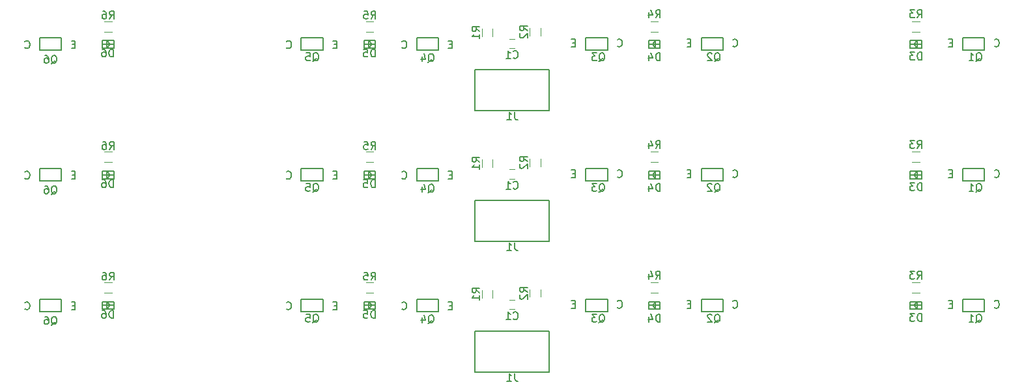
<source format=gbo>
G04 #@! TF.GenerationSoftware,KiCad,Pcbnew,(5.0.0)*
G04 #@! TF.CreationDate,2020-02-01T14:37:15+09:00*
G04 #@! TF.ProjectId,m file,6D2066696C652E6B696361645F706362,rev?*
G04 #@! TF.SameCoordinates,Original*
G04 #@! TF.FileFunction,Legend,Bot*
G04 #@! TF.FilePolarity,Positive*
%FSLAX46Y46*%
G04 Gerber Fmt 4.6, Leading zero omitted, Abs format (unit mm)*
G04 Created by KiCad (PCBNEW (5.0.0)) date 02/01/20 14:37:15*
%MOMM*%
%LPD*%
G01*
G04 APERTURE LIST*
%ADD10C,0.150000*%
%ADD11C,0.120000*%
G04 APERTURE END LIST*
D10*
G04 #@! TO.C,D5*
X132350000Y-119500000D02*
X132350000Y-118500000D01*
X132750000Y-119000000D02*
X132350000Y-119500000D01*
X132350000Y-118500000D02*
X132750000Y-119000000D01*
X131750000Y-119000000D02*
X133250000Y-119000000D01*
X133250000Y-118500000D02*
X133250000Y-119500000D01*
X133250000Y-119500000D02*
X131750000Y-119500000D01*
X131750000Y-119500000D02*
X131750000Y-118500000D01*
X131750000Y-118500000D02*
X133250000Y-118500000D01*
D11*
G04 #@! TO.C,C1*
X151350000Y-118300000D02*
X150650000Y-118300000D01*
X150650000Y-119500000D02*
X151350000Y-119500000D01*
D10*
G04 #@! TO.C,D4*
X169650000Y-118500000D02*
X169650000Y-119500000D01*
X169250000Y-119000000D02*
X169650000Y-118500000D01*
X169650000Y-119500000D02*
X169250000Y-119000000D01*
X170250000Y-119000000D02*
X168750000Y-119000000D01*
X168750000Y-119500000D02*
X168750000Y-118500000D01*
X168750000Y-118500000D02*
X170250000Y-118500000D01*
X170250000Y-118500000D02*
X170250000Y-119500000D01*
X170250000Y-119500000D02*
X168750000Y-119500000D01*
D11*
G04 #@! TO.C,R4*
X169000000Y-117380000D02*
X170000000Y-117380000D01*
X170000000Y-116020000D02*
X169000000Y-116020000D01*
G04 #@! TO.C,R3*
X203000000Y-117380000D02*
X204000000Y-117380000D01*
X204000000Y-116020000D02*
X203000000Y-116020000D01*
G04 #@! TO.C,R1*
X147120000Y-117000000D02*
X147120000Y-118000000D01*
X148480000Y-118000000D02*
X148480000Y-117000000D01*
D10*
G04 #@! TO.C,D6*
X97750000Y-118500000D02*
X99250000Y-118500000D01*
X97750000Y-119500000D02*
X97750000Y-118500000D01*
X99250000Y-119500000D02*
X97750000Y-119500000D01*
X99250000Y-118500000D02*
X99250000Y-119500000D01*
X97750000Y-119000000D02*
X99250000Y-119000000D01*
X98350000Y-118500000D02*
X98750000Y-119000000D01*
X98750000Y-119000000D02*
X98350000Y-119500000D01*
X98350000Y-119500000D02*
X98350000Y-118500000D01*
G04 #@! TO.C,D3*
X203650000Y-118500000D02*
X203650000Y-119500000D01*
X203250000Y-119000000D02*
X203650000Y-118500000D01*
X203650000Y-119500000D02*
X203250000Y-119000000D01*
X204250000Y-119000000D02*
X202750000Y-119000000D01*
X202750000Y-119500000D02*
X202750000Y-118500000D01*
X202750000Y-118500000D02*
X204250000Y-118500000D01*
X204250000Y-118500000D02*
X204250000Y-119500000D01*
X204250000Y-119500000D02*
X202750000Y-119500000D01*
D11*
G04 #@! TO.C,R6*
X99000000Y-116020000D02*
X98000000Y-116020000D01*
X98000000Y-117380000D02*
X99000000Y-117380000D01*
D10*
G04 #@! TO.C,J1*
X155850000Y-127650000D02*
X155850000Y-122350000D01*
X146150000Y-127650000D02*
X155850000Y-127650000D01*
X146150000Y-122350000D02*
X146150000Y-127650000D01*
X155850000Y-122350000D02*
X146150000Y-122350000D01*
D11*
G04 #@! TO.C,R5*
X133000000Y-116020000D02*
X132000000Y-116020000D01*
X132000000Y-117380000D02*
X133000000Y-117380000D01*
G04 #@! TO.C,R2*
X154680000Y-117900000D02*
X154680000Y-116900000D01*
X153320000Y-116900000D02*
X153320000Y-117900000D01*
D10*
G04 #@! TO.C,Q2*
X178400000Y-119800000D02*
X175600000Y-119800000D01*
X178400000Y-118200000D02*
X178400000Y-119800000D01*
X175600000Y-118200000D02*
X178400000Y-118200000D01*
X175600000Y-119800000D02*
X175600000Y-118200000D01*
G04 #@! TO.C,Q6*
X92400000Y-118200000D02*
X92400000Y-119800000D01*
X92400000Y-119800000D02*
X89600000Y-119800000D01*
X89600000Y-119800000D02*
X89600000Y-118200000D01*
X89600000Y-118200000D02*
X92400000Y-118200000D01*
G04 #@! TO.C,Q1*
X209600000Y-119800000D02*
X209600000Y-118200000D01*
X209600000Y-118200000D02*
X212400000Y-118200000D01*
X212400000Y-118200000D02*
X212400000Y-119800000D01*
X212400000Y-119800000D02*
X209600000Y-119800000D01*
G04 #@! TO.C,Q4*
X141400000Y-118200000D02*
X141400000Y-119800000D01*
X141400000Y-119800000D02*
X138600000Y-119800000D01*
X138600000Y-119800000D02*
X138600000Y-118200000D01*
X138600000Y-118200000D02*
X141400000Y-118200000D01*
G04 #@! TO.C,Q5*
X123600000Y-118200000D02*
X126400000Y-118200000D01*
X123600000Y-119800000D02*
X123600000Y-118200000D01*
X126400000Y-119800000D02*
X123600000Y-119800000D01*
X126400000Y-118200000D02*
X126400000Y-119800000D01*
G04 #@! TO.C,Q3*
X163400000Y-119800000D02*
X160600000Y-119800000D01*
X163400000Y-118200000D02*
X163400000Y-119800000D01*
X160600000Y-118200000D02*
X163400000Y-118200000D01*
X160600000Y-119800000D02*
X160600000Y-118200000D01*
G04 #@! TO.C,D5*
X132350000Y-102500000D02*
X132350000Y-101500000D01*
X132750000Y-102000000D02*
X132350000Y-102500000D01*
X132350000Y-101500000D02*
X132750000Y-102000000D01*
X131750000Y-102000000D02*
X133250000Y-102000000D01*
X133250000Y-101500000D02*
X133250000Y-102500000D01*
X133250000Y-102500000D02*
X131750000Y-102500000D01*
X131750000Y-102500000D02*
X131750000Y-101500000D01*
X131750000Y-101500000D02*
X133250000Y-101500000D01*
D11*
G04 #@! TO.C,C1*
X151350000Y-101300000D02*
X150650000Y-101300000D01*
X150650000Y-102500000D02*
X151350000Y-102500000D01*
D10*
G04 #@! TO.C,D4*
X169650000Y-101500000D02*
X169650000Y-102500000D01*
X169250000Y-102000000D02*
X169650000Y-101500000D01*
X169650000Y-102500000D02*
X169250000Y-102000000D01*
X170250000Y-102000000D02*
X168750000Y-102000000D01*
X168750000Y-102500000D02*
X168750000Y-101500000D01*
X168750000Y-101500000D02*
X170250000Y-101500000D01*
X170250000Y-101500000D02*
X170250000Y-102500000D01*
X170250000Y-102500000D02*
X168750000Y-102500000D01*
D11*
G04 #@! TO.C,R4*
X169000000Y-100380000D02*
X170000000Y-100380000D01*
X170000000Y-99020000D02*
X169000000Y-99020000D01*
G04 #@! TO.C,R3*
X203000000Y-100380000D02*
X204000000Y-100380000D01*
X204000000Y-99020000D02*
X203000000Y-99020000D01*
G04 #@! TO.C,R1*
X147120000Y-100000000D02*
X147120000Y-101000000D01*
X148480000Y-101000000D02*
X148480000Y-100000000D01*
D10*
G04 #@! TO.C,D6*
X97750000Y-101500000D02*
X99250000Y-101500000D01*
X97750000Y-102500000D02*
X97750000Y-101500000D01*
X99250000Y-102500000D02*
X97750000Y-102500000D01*
X99250000Y-101500000D02*
X99250000Y-102500000D01*
X97750000Y-102000000D02*
X99250000Y-102000000D01*
X98350000Y-101500000D02*
X98750000Y-102000000D01*
X98750000Y-102000000D02*
X98350000Y-102500000D01*
X98350000Y-102500000D02*
X98350000Y-101500000D01*
G04 #@! TO.C,D3*
X203650000Y-101500000D02*
X203650000Y-102500000D01*
X203250000Y-102000000D02*
X203650000Y-101500000D01*
X203650000Y-102500000D02*
X203250000Y-102000000D01*
X204250000Y-102000000D02*
X202750000Y-102000000D01*
X202750000Y-102500000D02*
X202750000Y-101500000D01*
X202750000Y-101500000D02*
X204250000Y-101500000D01*
X204250000Y-101500000D02*
X204250000Y-102500000D01*
X204250000Y-102500000D02*
X202750000Y-102500000D01*
D11*
G04 #@! TO.C,R6*
X99000000Y-99020000D02*
X98000000Y-99020000D01*
X98000000Y-100380000D02*
X99000000Y-100380000D01*
D10*
G04 #@! TO.C,J1*
X155850000Y-110650000D02*
X155850000Y-105350000D01*
X146150000Y-110650000D02*
X155850000Y-110650000D01*
X146150000Y-105350000D02*
X146150000Y-110650000D01*
X155850000Y-105350000D02*
X146150000Y-105350000D01*
D11*
G04 #@! TO.C,R5*
X133000000Y-99020000D02*
X132000000Y-99020000D01*
X132000000Y-100380000D02*
X133000000Y-100380000D01*
G04 #@! TO.C,R2*
X154680000Y-100900000D02*
X154680000Y-99900000D01*
X153320000Y-99900000D02*
X153320000Y-100900000D01*
D10*
G04 #@! TO.C,Q2*
X178400000Y-102800000D02*
X175600000Y-102800000D01*
X178400000Y-101200000D02*
X178400000Y-102800000D01*
X175600000Y-101200000D02*
X178400000Y-101200000D01*
X175600000Y-102800000D02*
X175600000Y-101200000D01*
G04 #@! TO.C,Q6*
X92400000Y-101200000D02*
X92400000Y-102800000D01*
X92400000Y-102800000D02*
X89600000Y-102800000D01*
X89600000Y-102800000D02*
X89600000Y-101200000D01*
X89600000Y-101200000D02*
X92400000Y-101200000D01*
G04 #@! TO.C,Q1*
X209600000Y-102800000D02*
X209600000Y-101200000D01*
X209600000Y-101200000D02*
X212400000Y-101200000D01*
X212400000Y-101200000D02*
X212400000Y-102800000D01*
X212400000Y-102800000D02*
X209600000Y-102800000D01*
G04 #@! TO.C,Q4*
X141400000Y-101200000D02*
X141400000Y-102800000D01*
X141400000Y-102800000D02*
X138600000Y-102800000D01*
X138600000Y-102800000D02*
X138600000Y-101200000D01*
X138600000Y-101200000D02*
X141400000Y-101200000D01*
G04 #@! TO.C,Q5*
X123600000Y-101200000D02*
X126400000Y-101200000D01*
X123600000Y-102800000D02*
X123600000Y-101200000D01*
X126400000Y-102800000D02*
X123600000Y-102800000D01*
X126400000Y-101200000D02*
X126400000Y-102800000D01*
G04 #@! TO.C,Q3*
X163400000Y-102800000D02*
X160600000Y-102800000D01*
X163400000Y-101200000D02*
X163400000Y-102800000D01*
X160600000Y-101200000D02*
X163400000Y-101200000D01*
X160600000Y-102800000D02*
X160600000Y-101200000D01*
G04 #@! TO.C,D5*
X132350000Y-85500000D02*
X132350000Y-84500000D01*
X132750000Y-85000000D02*
X132350000Y-85500000D01*
X132350000Y-84500000D02*
X132750000Y-85000000D01*
X131750000Y-85000000D02*
X133250000Y-85000000D01*
X133250000Y-84500000D02*
X133250000Y-85500000D01*
X133250000Y-85500000D02*
X131750000Y-85500000D01*
X131750000Y-85500000D02*
X131750000Y-84500000D01*
X131750000Y-84500000D02*
X133250000Y-84500000D01*
D11*
G04 #@! TO.C,C1*
X151350000Y-84300000D02*
X150650000Y-84300000D01*
X150650000Y-85500000D02*
X151350000Y-85500000D01*
D10*
G04 #@! TO.C,D4*
X169650000Y-84500000D02*
X169650000Y-85500000D01*
X169250000Y-85000000D02*
X169650000Y-84500000D01*
X169650000Y-85500000D02*
X169250000Y-85000000D01*
X170250000Y-85000000D02*
X168750000Y-85000000D01*
X168750000Y-85500000D02*
X168750000Y-84500000D01*
X168750000Y-84500000D02*
X170250000Y-84500000D01*
X170250000Y-84500000D02*
X170250000Y-85500000D01*
X170250000Y-85500000D02*
X168750000Y-85500000D01*
D11*
G04 #@! TO.C,R4*
X169000000Y-83380000D02*
X170000000Y-83380000D01*
X170000000Y-82020000D02*
X169000000Y-82020000D01*
G04 #@! TO.C,R3*
X203000000Y-83380000D02*
X204000000Y-83380000D01*
X204000000Y-82020000D02*
X203000000Y-82020000D01*
G04 #@! TO.C,R1*
X147120000Y-83000000D02*
X147120000Y-84000000D01*
X148480000Y-84000000D02*
X148480000Y-83000000D01*
D10*
G04 #@! TO.C,D6*
X97750000Y-84500000D02*
X99250000Y-84500000D01*
X97750000Y-85500000D02*
X97750000Y-84500000D01*
X99250000Y-85500000D02*
X97750000Y-85500000D01*
X99250000Y-84500000D02*
X99250000Y-85500000D01*
X97750000Y-85000000D02*
X99250000Y-85000000D01*
X98350000Y-84500000D02*
X98750000Y-85000000D01*
X98750000Y-85000000D02*
X98350000Y-85500000D01*
X98350000Y-85500000D02*
X98350000Y-84500000D01*
G04 #@! TO.C,D3*
X203650000Y-84500000D02*
X203650000Y-85500000D01*
X203250000Y-85000000D02*
X203650000Y-84500000D01*
X203650000Y-85500000D02*
X203250000Y-85000000D01*
X204250000Y-85000000D02*
X202750000Y-85000000D01*
X202750000Y-85500000D02*
X202750000Y-84500000D01*
X202750000Y-84500000D02*
X204250000Y-84500000D01*
X204250000Y-84500000D02*
X204250000Y-85500000D01*
X204250000Y-85500000D02*
X202750000Y-85500000D01*
D11*
G04 #@! TO.C,R6*
X99000000Y-82020000D02*
X98000000Y-82020000D01*
X98000000Y-83380000D02*
X99000000Y-83380000D01*
D10*
G04 #@! TO.C,J1*
X155850000Y-93650000D02*
X155850000Y-88350000D01*
X146150000Y-93650000D02*
X155850000Y-93650000D01*
X146150000Y-88350000D02*
X146150000Y-93650000D01*
X155850000Y-88350000D02*
X146150000Y-88350000D01*
D11*
G04 #@! TO.C,R5*
X133000000Y-82020000D02*
X132000000Y-82020000D01*
X132000000Y-83380000D02*
X133000000Y-83380000D01*
G04 #@! TO.C,R2*
X154680000Y-83900000D02*
X154680000Y-82900000D01*
X153320000Y-82900000D02*
X153320000Y-83900000D01*
D10*
G04 #@! TO.C,Q2*
X178400000Y-85800000D02*
X175600000Y-85800000D01*
X178400000Y-84200000D02*
X178400000Y-85800000D01*
X175600000Y-84200000D02*
X178400000Y-84200000D01*
X175600000Y-85800000D02*
X175600000Y-84200000D01*
G04 #@! TO.C,Q6*
X92400000Y-84200000D02*
X92400000Y-85800000D01*
X92400000Y-85800000D02*
X89600000Y-85800000D01*
X89600000Y-85800000D02*
X89600000Y-84200000D01*
X89600000Y-84200000D02*
X92400000Y-84200000D01*
G04 #@! TO.C,Q1*
X209600000Y-85800000D02*
X209600000Y-84200000D01*
X209600000Y-84200000D02*
X212400000Y-84200000D01*
X212400000Y-84200000D02*
X212400000Y-85800000D01*
X212400000Y-85800000D02*
X209600000Y-85800000D01*
G04 #@! TO.C,Q4*
X141400000Y-84200000D02*
X141400000Y-85800000D01*
X141400000Y-85800000D02*
X138600000Y-85800000D01*
X138600000Y-85800000D02*
X138600000Y-84200000D01*
X138600000Y-84200000D02*
X141400000Y-84200000D01*
G04 #@! TO.C,Q5*
X123600000Y-84200000D02*
X126400000Y-84200000D01*
X123600000Y-85800000D02*
X123600000Y-84200000D01*
X126400000Y-85800000D02*
X123600000Y-85800000D01*
X126400000Y-84200000D02*
X126400000Y-85800000D01*
G04 #@! TO.C,Q3*
X163400000Y-85800000D02*
X160600000Y-85800000D01*
X163400000Y-84200000D02*
X163400000Y-85800000D01*
X160600000Y-84200000D02*
X163400000Y-84200000D01*
X160600000Y-85800000D02*
X160600000Y-84200000D01*
G04 #@! TO.C,D5*
X133188095Y-120652380D02*
X133188095Y-119652380D01*
X132950000Y-119652380D01*
X132807142Y-119700000D01*
X132711904Y-119795238D01*
X132664285Y-119890476D01*
X132616666Y-120080952D01*
X132616666Y-120223809D01*
X132664285Y-120414285D01*
X132711904Y-120509523D01*
X132807142Y-120604761D01*
X132950000Y-120652380D01*
X133188095Y-120652380D01*
X131711904Y-119652380D02*
X132188095Y-119652380D01*
X132235714Y-120128571D01*
X132188095Y-120080952D01*
X132092857Y-120033333D01*
X131854761Y-120033333D01*
X131759523Y-120080952D01*
X131711904Y-120128571D01*
X131664285Y-120223809D01*
X131664285Y-120461904D01*
X131711904Y-120557142D01*
X131759523Y-120604761D01*
X131854761Y-120652380D01*
X132092857Y-120652380D01*
X132188095Y-120604761D01*
X132235714Y-120557142D01*
G04 #@! TO.C,C1*
X151166666Y-120757142D02*
X151214285Y-120804761D01*
X151357142Y-120852380D01*
X151452380Y-120852380D01*
X151595238Y-120804761D01*
X151690476Y-120709523D01*
X151738095Y-120614285D01*
X151785714Y-120423809D01*
X151785714Y-120280952D01*
X151738095Y-120090476D01*
X151690476Y-119995238D01*
X151595238Y-119900000D01*
X151452380Y-119852380D01*
X151357142Y-119852380D01*
X151214285Y-119900000D01*
X151166666Y-119947619D01*
X150214285Y-120852380D02*
X150785714Y-120852380D01*
X150500000Y-120852380D02*
X150500000Y-119852380D01*
X150595238Y-119995238D01*
X150690476Y-120090476D01*
X150785714Y-120138095D01*
G04 #@! TO.C,D4*
X170238095Y-121152380D02*
X170238095Y-120152380D01*
X170000000Y-120152380D01*
X169857142Y-120200000D01*
X169761904Y-120295238D01*
X169714285Y-120390476D01*
X169666666Y-120580952D01*
X169666666Y-120723809D01*
X169714285Y-120914285D01*
X169761904Y-121009523D01*
X169857142Y-121104761D01*
X170000000Y-121152380D01*
X170238095Y-121152380D01*
X168809523Y-120485714D02*
X168809523Y-121152380D01*
X169047619Y-120104761D02*
X169285714Y-120819047D01*
X168666666Y-120819047D01*
G04 #@! TO.C,R4*
X169666666Y-115552380D02*
X170000000Y-115076190D01*
X170238095Y-115552380D02*
X170238095Y-114552380D01*
X169857142Y-114552380D01*
X169761904Y-114600000D01*
X169714285Y-114647619D01*
X169666666Y-114742857D01*
X169666666Y-114885714D01*
X169714285Y-114980952D01*
X169761904Y-115028571D01*
X169857142Y-115076190D01*
X170238095Y-115076190D01*
X168809523Y-114885714D02*
X168809523Y-115552380D01*
X169047619Y-114504761D02*
X169285714Y-115219047D01*
X168666666Y-115219047D01*
G04 #@! TO.C,R3*
X203666666Y-115552380D02*
X204000000Y-115076190D01*
X204238095Y-115552380D02*
X204238095Y-114552380D01*
X203857142Y-114552380D01*
X203761904Y-114600000D01*
X203714285Y-114647619D01*
X203666666Y-114742857D01*
X203666666Y-114885714D01*
X203714285Y-114980952D01*
X203761904Y-115028571D01*
X203857142Y-115076190D01*
X204238095Y-115076190D01*
X203333333Y-114552380D02*
X202714285Y-114552380D01*
X203047619Y-114933333D01*
X202904761Y-114933333D01*
X202809523Y-114980952D01*
X202761904Y-115028571D01*
X202714285Y-115123809D01*
X202714285Y-115361904D01*
X202761904Y-115457142D01*
X202809523Y-115504761D01*
X202904761Y-115552380D01*
X203190476Y-115552380D01*
X203285714Y-115504761D01*
X203333333Y-115457142D01*
G04 #@! TO.C,R1*
X146802380Y-117333333D02*
X146326190Y-117000000D01*
X146802380Y-116761904D02*
X145802380Y-116761904D01*
X145802380Y-117142857D01*
X145850000Y-117238095D01*
X145897619Y-117285714D01*
X145992857Y-117333333D01*
X146135714Y-117333333D01*
X146230952Y-117285714D01*
X146278571Y-117238095D01*
X146326190Y-117142857D01*
X146326190Y-116761904D01*
X146802380Y-118285714D02*
X146802380Y-117714285D01*
X146802380Y-118000000D02*
X145802380Y-118000000D01*
X145945238Y-117904761D01*
X146040476Y-117809523D01*
X146088095Y-117714285D01*
G04 #@! TO.C,D6*
X99188095Y-120652380D02*
X99188095Y-119652380D01*
X98950000Y-119652380D01*
X98807142Y-119700000D01*
X98711904Y-119795238D01*
X98664285Y-119890476D01*
X98616666Y-120080952D01*
X98616666Y-120223809D01*
X98664285Y-120414285D01*
X98711904Y-120509523D01*
X98807142Y-120604761D01*
X98950000Y-120652380D01*
X99188095Y-120652380D01*
X97759523Y-119652380D02*
X97950000Y-119652380D01*
X98045238Y-119700000D01*
X98092857Y-119747619D01*
X98188095Y-119890476D01*
X98235714Y-120080952D01*
X98235714Y-120461904D01*
X98188095Y-120557142D01*
X98140476Y-120604761D01*
X98045238Y-120652380D01*
X97854761Y-120652380D01*
X97759523Y-120604761D01*
X97711904Y-120557142D01*
X97664285Y-120461904D01*
X97664285Y-120223809D01*
X97711904Y-120128571D01*
X97759523Y-120080952D01*
X97854761Y-120033333D01*
X98045238Y-120033333D01*
X98140476Y-120080952D01*
X98188095Y-120128571D01*
X98235714Y-120223809D01*
G04 #@! TO.C,D3*
X204238095Y-121052380D02*
X204238095Y-120052380D01*
X204000000Y-120052380D01*
X203857142Y-120100000D01*
X203761904Y-120195238D01*
X203714285Y-120290476D01*
X203666666Y-120480952D01*
X203666666Y-120623809D01*
X203714285Y-120814285D01*
X203761904Y-120909523D01*
X203857142Y-121004761D01*
X204000000Y-121052380D01*
X204238095Y-121052380D01*
X203333333Y-120052380D02*
X202714285Y-120052380D01*
X203047619Y-120433333D01*
X202904761Y-120433333D01*
X202809523Y-120480952D01*
X202761904Y-120528571D01*
X202714285Y-120623809D01*
X202714285Y-120861904D01*
X202761904Y-120957142D01*
X202809523Y-121004761D01*
X202904761Y-121052380D01*
X203190476Y-121052380D01*
X203285714Y-121004761D01*
X203333333Y-120957142D01*
G04 #@! TO.C,R6*
X98666666Y-115702380D02*
X99000000Y-115226190D01*
X99238095Y-115702380D02*
X99238095Y-114702380D01*
X98857142Y-114702380D01*
X98761904Y-114750000D01*
X98714285Y-114797619D01*
X98666666Y-114892857D01*
X98666666Y-115035714D01*
X98714285Y-115130952D01*
X98761904Y-115178571D01*
X98857142Y-115226190D01*
X99238095Y-115226190D01*
X97809523Y-114702380D02*
X98000000Y-114702380D01*
X98095238Y-114750000D01*
X98142857Y-114797619D01*
X98238095Y-114940476D01*
X98285714Y-115130952D01*
X98285714Y-115511904D01*
X98238095Y-115607142D01*
X98190476Y-115654761D01*
X98095238Y-115702380D01*
X97904761Y-115702380D01*
X97809523Y-115654761D01*
X97761904Y-115607142D01*
X97714285Y-115511904D01*
X97714285Y-115273809D01*
X97761904Y-115178571D01*
X97809523Y-115130952D01*
X97904761Y-115083333D01*
X98095238Y-115083333D01*
X98190476Y-115130952D01*
X98238095Y-115178571D01*
X98285714Y-115273809D01*
G04 #@! TO.C,J1*
X151333333Y-127852380D02*
X151333333Y-128566666D01*
X151380952Y-128709523D01*
X151476190Y-128804761D01*
X151619047Y-128852380D01*
X151714285Y-128852380D01*
X150333333Y-128852380D02*
X150904761Y-128852380D01*
X150619047Y-128852380D02*
X150619047Y-127852380D01*
X150714285Y-127995238D01*
X150809523Y-128090476D01*
X150904761Y-128138095D01*
G04 #@! TO.C,R5*
X132666666Y-115702380D02*
X133000000Y-115226190D01*
X133238095Y-115702380D02*
X133238095Y-114702380D01*
X132857142Y-114702380D01*
X132761904Y-114750000D01*
X132714285Y-114797619D01*
X132666666Y-114892857D01*
X132666666Y-115035714D01*
X132714285Y-115130952D01*
X132761904Y-115178571D01*
X132857142Y-115226190D01*
X133238095Y-115226190D01*
X131761904Y-114702380D02*
X132238095Y-114702380D01*
X132285714Y-115178571D01*
X132238095Y-115130952D01*
X132142857Y-115083333D01*
X131904761Y-115083333D01*
X131809523Y-115130952D01*
X131761904Y-115178571D01*
X131714285Y-115273809D01*
X131714285Y-115511904D01*
X131761904Y-115607142D01*
X131809523Y-115654761D01*
X131904761Y-115702380D01*
X132142857Y-115702380D01*
X132238095Y-115654761D01*
X132285714Y-115607142D01*
G04 #@! TO.C,R2*
X153002380Y-117233333D02*
X152526190Y-116900000D01*
X153002380Y-116661904D02*
X152002380Y-116661904D01*
X152002380Y-117042857D01*
X152050000Y-117138095D01*
X152097619Y-117185714D01*
X152192857Y-117233333D01*
X152335714Y-117233333D01*
X152430952Y-117185714D01*
X152478571Y-117138095D01*
X152526190Y-117042857D01*
X152526190Y-116661904D01*
X152097619Y-117614285D02*
X152050000Y-117661904D01*
X152002380Y-117757142D01*
X152002380Y-117995238D01*
X152050000Y-118090476D01*
X152097619Y-118138095D01*
X152192857Y-118185714D01*
X152288095Y-118185714D01*
X152430952Y-118138095D01*
X153002380Y-117566666D01*
X153002380Y-118185714D01*
G04 #@! TO.C,Q2*
X177295238Y-121247619D02*
X177390476Y-121200000D01*
X177485714Y-121104761D01*
X177628571Y-120961904D01*
X177723809Y-120914285D01*
X177819047Y-120914285D01*
X177771428Y-121152380D02*
X177866666Y-121104761D01*
X177961904Y-121009523D01*
X178009523Y-120819047D01*
X178009523Y-120485714D01*
X177961904Y-120295238D01*
X177866666Y-120200000D01*
X177771428Y-120152380D01*
X177580952Y-120152380D01*
X177485714Y-120200000D01*
X177390476Y-120295238D01*
X177342857Y-120485714D01*
X177342857Y-120819047D01*
X177390476Y-121009523D01*
X177485714Y-121104761D01*
X177580952Y-121152380D01*
X177771428Y-121152380D01*
X176961904Y-120247619D02*
X176914285Y-120200000D01*
X176819047Y-120152380D01*
X176580952Y-120152380D01*
X176485714Y-120200000D01*
X176438095Y-120247619D01*
X176390476Y-120342857D01*
X176390476Y-120438095D01*
X176438095Y-120580952D01*
X177009523Y-121152380D01*
X176390476Y-121152380D01*
X179690476Y-119257142D02*
X179738095Y-119304761D01*
X179880952Y-119352380D01*
X179976190Y-119352380D01*
X180119047Y-119304761D01*
X180214285Y-119209523D01*
X180261904Y-119114285D01*
X180309523Y-118923809D01*
X180309523Y-118780952D01*
X180261904Y-118590476D01*
X180214285Y-118495238D01*
X180119047Y-118400000D01*
X179976190Y-118352380D01*
X179880952Y-118352380D01*
X179738095Y-118400000D01*
X179690476Y-118447619D01*
X174214285Y-118828571D02*
X173880952Y-118828571D01*
X173738095Y-119352380D02*
X174214285Y-119352380D01*
X174214285Y-118352380D01*
X173738095Y-118352380D01*
G04 #@! TO.C,Q6*
X91095238Y-121547619D02*
X91190476Y-121500000D01*
X91285714Y-121404761D01*
X91428571Y-121261904D01*
X91523809Y-121214285D01*
X91619047Y-121214285D01*
X91571428Y-121452380D02*
X91666666Y-121404761D01*
X91761904Y-121309523D01*
X91809523Y-121119047D01*
X91809523Y-120785714D01*
X91761904Y-120595238D01*
X91666666Y-120500000D01*
X91571428Y-120452380D01*
X91380952Y-120452380D01*
X91285714Y-120500000D01*
X91190476Y-120595238D01*
X91142857Y-120785714D01*
X91142857Y-121119047D01*
X91190476Y-121309523D01*
X91285714Y-121404761D01*
X91380952Y-121452380D01*
X91571428Y-121452380D01*
X90285714Y-120452380D02*
X90476190Y-120452380D01*
X90571428Y-120500000D01*
X90619047Y-120547619D01*
X90714285Y-120690476D01*
X90761904Y-120880952D01*
X90761904Y-121261904D01*
X90714285Y-121357142D01*
X90666666Y-121404761D01*
X90571428Y-121452380D01*
X90380952Y-121452380D01*
X90285714Y-121404761D01*
X90238095Y-121357142D01*
X90190476Y-121261904D01*
X90190476Y-121023809D01*
X90238095Y-120928571D01*
X90285714Y-120880952D01*
X90380952Y-120833333D01*
X90571428Y-120833333D01*
X90666666Y-120880952D01*
X90714285Y-120928571D01*
X90761904Y-121023809D01*
X94214285Y-119028571D02*
X93880952Y-119028571D01*
X93738095Y-119552380D02*
X94214285Y-119552380D01*
X94214285Y-118552380D01*
X93738095Y-118552380D01*
X87690476Y-119457142D02*
X87738095Y-119504761D01*
X87880952Y-119552380D01*
X87976190Y-119552380D01*
X88119047Y-119504761D01*
X88214285Y-119409523D01*
X88261904Y-119314285D01*
X88309523Y-119123809D01*
X88309523Y-118980952D01*
X88261904Y-118790476D01*
X88214285Y-118695238D01*
X88119047Y-118600000D01*
X87976190Y-118552380D01*
X87880952Y-118552380D01*
X87738095Y-118600000D01*
X87690476Y-118647619D01*
G04 #@! TO.C,Q1*
X211295238Y-121247619D02*
X211390476Y-121200000D01*
X211485714Y-121104761D01*
X211628571Y-120961904D01*
X211723809Y-120914285D01*
X211819047Y-120914285D01*
X211771428Y-121152380D02*
X211866666Y-121104761D01*
X211961904Y-121009523D01*
X212009523Y-120819047D01*
X212009523Y-120485714D01*
X211961904Y-120295238D01*
X211866666Y-120200000D01*
X211771428Y-120152380D01*
X211580952Y-120152380D01*
X211485714Y-120200000D01*
X211390476Y-120295238D01*
X211342857Y-120485714D01*
X211342857Y-120819047D01*
X211390476Y-121009523D01*
X211485714Y-121104761D01*
X211580952Y-121152380D01*
X211771428Y-121152380D01*
X210390476Y-121152380D02*
X210961904Y-121152380D01*
X210676190Y-121152380D02*
X210676190Y-120152380D01*
X210771428Y-120295238D01*
X210866666Y-120390476D01*
X210961904Y-120438095D01*
X208214285Y-118828571D02*
X207880952Y-118828571D01*
X207738095Y-119352380D02*
X208214285Y-119352380D01*
X208214285Y-118352380D01*
X207738095Y-118352380D01*
X213690476Y-119257142D02*
X213738095Y-119304761D01*
X213880952Y-119352380D01*
X213976190Y-119352380D01*
X214119047Y-119304761D01*
X214214285Y-119209523D01*
X214261904Y-119114285D01*
X214309523Y-118923809D01*
X214309523Y-118780952D01*
X214261904Y-118590476D01*
X214214285Y-118495238D01*
X214119047Y-118400000D01*
X213976190Y-118352380D01*
X213880952Y-118352380D01*
X213738095Y-118400000D01*
X213690476Y-118447619D01*
G04 #@! TO.C,Q4*
X140095238Y-121347619D02*
X140190476Y-121300000D01*
X140285714Y-121204761D01*
X140428571Y-121061904D01*
X140523809Y-121014285D01*
X140619047Y-121014285D01*
X140571428Y-121252380D02*
X140666666Y-121204761D01*
X140761904Y-121109523D01*
X140809523Y-120919047D01*
X140809523Y-120585714D01*
X140761904Y-120395238D01*
X140666666Y-120300000D01*
X140571428Y-120252380D01*
X140380952Y-120252380D01*
X140285714Y-120300000D01*
X140190476Y-120395238D01*
X140142857Y-120585714D01*
X140142857Y-120919047D01*
X140190476Y-121109523D01*
X140285714Y-121204761D01*
X140380952Y-121252380D01*
X140571428Y-121252380D01*
X139285714Y-120585714D02*
X139285714Y-121252380D01*
X139523809Y-120204761D02*
X139761904Y-120919047D01*
X139142857Y-120919047D01*
X143214285Y-119028571D02*
X142880952Y-119028571D01*
X142738095Y-119552380D02*
X143214285Y-119552380D01*
X143214285Y-118552380D01*
X142738095Y-118552380D01*
X136690476Y-119457142D02*
X136738095Y-119504761D01*
X136880952Y-119552380D01*
X136976190Y-119552380D01*
X137119047Y-119504761D01*
X137214285Y-119409523D01*
X137261904Y-119314285D01*
X137309523Y-119123809D01*
X137309523Y-118980952D01*
X137261904Y-118790476D01*
X137214285Y-118695238D01*
X137119047Y-118600000D01*
X136976190Y-118552380D01*
X136880952Y-118552380D01*
X136738095Y-118600000D01*
X136690476Y-118647619D01*
G04 #@! TO.C,Q5*
X125095238Y-121247619D02*
X125190476Y-121200000D01*
X125285714Y-121104761D01*
X125428571Y-120961904D01*
X125523809Y-120914285D01*
X125619047Y-120914285D01*
X125571428Y-121152380D02*
X125666666Y-121104761D01*
X125761904Y-121009523D01*
X125809523Y-120819047D01*
X125809523Y-120485714D01*
X125761904Y-120295238D01*
X125666666Y-120200000D01*
X125571428Y-120152380D01*
X125380952Y-120152380D01*
X125285714Y-120200000D01*
X125190476Y-120295238D01*
X125142857Y-120485714D01*
X125142857Y-120819047D01*
X125190476Y-121009523D01*
X125285714Y-121104761D01*
X125380952Y-121152380D01*
X125571428Y-121152380D01*
X124238095Y-120152380D02*
X124714285Y-120152380D01*
X124761904Y-120628571D01*
X124714285Y-120580952D01*
X124619047Y-120533333D01*
X124380952Y-120533333D01*
X124285714Y-120580952D01*
X124238095Y-120628571D01*
X124190476Y-120723809D01*
X124190476Y-120961904D01*
X124238095Y-121057142D01*
X124285714Y-121104761D01*
X124380952Y-121152380D01*
X124619047Y-121152380D01*
X124714285Y-121104761D01*
X124761904Y-121057142D01*
X121690476Y-119457142D02*
X121738095Y-119504761D01*
X121880952Y-119552380D01*
X121976190Y-119552380D01*
X122119047Y-119504761D01*
X122214285Y-119409523D01*
X122261904Y-119314285D01*
X122309523Y-119123809D01*
X122309523Y-118980952D01*
X122261904Y-118790476D01*
X122214285Y-118695238D01*
X122119047Y-118600000D01*
X121976190Y-118552380D01*
X121880952Y-118552380D01*
X121738095Y-118600000D01*
X121690476Y-118647619D01*
X128214285Y-119028571D02*
X127880952Y-119028571D01*
X127738095Y-119552380D02*
X128214285Y-119552380D01*
X128214285Y-118552380D01*
X127738095Y-118552380D01*
G04 #@! TO.C,Q3*
X162295238Y-121247619D02*
X162390476Y-121200000D01*
X162485714Y-121104761D01*
X162628571Y-120961904D01*
X162723809Y-120914285D01*
X162819047Y-120914285D01*
X162771428Y-121152380D02*
X162866666Y-121104761D01*
X162961904Y-121009523D01*
X163009523Y-120819047D01*
X163009523Y-120485714D01*
X162961904Y-120295238D01*
X162866666Y-120200000D01*
X162771428Y-120152380D01*
X162580952Y-120152380D01*
X162485714Y-120200000D01*
X162390476Y-120295238D01*
X162342857Y-120485714D01*
X162342857Y-120819047D01*
X162390476Y-121009523D01*
X162485714Y-121104761D01*
X162580952Y-121152380D01*
X162771428Y-121152380D01*
X162009523Y-120152380D02*
X161390476Y-120152380D01*
X161723809Y-120533333D01*
X161580952Y-120533333D01*
X161485714Y-120580952D01*
X161438095Y-120628571D01*
X161390476Y-120723809D01*
X161390476Y-120961904D01*
X161438095Y-121057142D01*
X161485714Y-121104761D01*
X161580952Y-121152380D01*
X161866666Y-121152380D01*
X161961904Y-121104761D01*
X162009523Y-121057142D01*
X164690476Y-119257142D02*
X164738095Y-119304761D01*
X164880952Y-119352380D01*
X164976190Y-119352380D01*
X165119047Y-119304761D01*
X165214285Y-119209523D01*
X165261904Y-119114285D01*
X165309523Y-118923809D01*
X165309523Y-118780952D01*
X165261904Y-118590476D01*
X165214285Y-118495238D01*
X165119047Y-118400000D01*
X164976190Y-118352380D01*
X164880952Y-118352380D01*
X164738095Y-118400000D01*
X164690476Y-118447619D01*
X159214285Y-118828571D02*
X158880952Y-118828571D01*
X158738095Y-119352380D02*
X159214285Y-119352380D01*
X159214285Y-118352380D01*
X158738095Y-118352380D01*
G04 #@! TO.C,D5*
X133188095Y-103652380D02*
X133188095Y-102652380D01*
X132950000Y-102652380D01*
X132807142Y-102700000D01*
X132711904Y-102795238D01*
X132664285Y-102890476D01*
X132616666Y-103080952D01*
X132616666Y-103223809D01*
X132664285Y-103414285D01*
X132711904Y-103509523D01*
X132807142Y-103604761D01*
X132950000Y-103652380D01*
X133188095Y-103652380D01*
X131711904Y-102652380D02*
X132188095Y-102652380D01*
X132235714Y-103128571D01*
X132188095Y-103080952D01*
X132092857Y-103033333D01*
X131854761Y-103033333D01*
X131759523Y-103080952D01*
X131711904Y-103128571D01*
X131664285Y-103223809D01*
X131664285Y-103461904D01*
X131711904Y-103557142D01*
X131759523Y-103604761D01*
X131854761Y-103652380D01*
X132092857Y-103652380D01*
X132188095Y-103604761D01*
X132235714Y-103557142D01*
G04 #@! TO.C,C1*
X151166666Y-103757142D02*
X151214285Y-103804761D01*
X151357142Y-103852380D01*
X151452380Y-103852380D01*
X151595238Y-103804761D01*
X151690476Y-103709523D01*
X151738095Y-103614285D01*
X151785714Y-103423809D01*
X151785714Y-103280952D01*
X151738095Y-103090476D01*
X151690476Y-102995238D01*
X151595238Y-102900000D01*
X151452380Y-102852380D01*
X151357142Y-102852380D01*
X151214285Y-102900000D01*
X151166666Y-102947619D01*
X150214285Y-103852380D02*
X150785714Y-103852380D01*
X150500000Y-103852380D02*
X150500000Y-102852380D01*
X150595238Y-102995238D01*
X150690476Y-103090476D01*
X150785714Y-103138095D01*
G04 #@! TO.C,D4*
X170238095Y-104152380D02*
X170238095Y-103152380D01*
X170000000Y-103152380D01*
X169857142Y-103200000D01*
X169761904Y-103295238D01*
X169714285Y-103390476D01*
X169666666Y-103580952D01*
X169666666Y-103723809D01*
X169714285Y-103914285D01*
X169761904Y-104009523D01*
X169857142Y-104104761D01*
X170000000Y-104152380D01*
X170238095Y-104152380D01*
X168809523Y-103485714D02*
X168809523Y-104152380D01*
X169047619Y-103104761D02*
X169285714Y-103819047D01*
X168666666Y-103819047D01*
G04 #@! TO.C,R4*
X169666666Y-98552380D02*
X170000000Y-98076190D01*
X170238095Y-98552380D02*
X170238095Y-97552380D01*
X169857142Y-97552380D01*
X169761904Y-97600000D01*
X169714285Y-97647619D01*
X169666666Y-97742857D01*
X169666666Y-97885714D01*
X169714285Y-97980952D01*
X169761904Y-98028571D01*
X169857142Y-98076190D01*
X170238095Y-98076190D01*
X168809523Y-97885714D02*
X168809523Y-98552380D01*
X169047619Y-97504761D02*
X169285714Y-98219047D01*
X168666666Y-98219047D01*
G04 #@! TO.C,R3*
X203666666Y-98552380D02*
X204000000Y-98076190D01*
X204238095Y-98552380D02*
X204238095Y-97552380D01*
X203857142Y-97552380D01*
X203761904Y-97600000D01*
X203714285Y-97647619D01*
X203666666Y-97742857D01*
X203666666Y-97885714D01*
X203714285Y-97980952D01*
X203761904Y-98028571D01*
X203857142Y-98076190D01*
X204238095Y-98076190D01*
X203333333Y-97552380D02*
X202714285Y-97552380D01*
X203047619Y-97933333D01*
X202904761Y-97933333D01*
X202809523Y-97980952D01*
X202761904Y-98028571D01*
X202714285Y-98123809D01*
X202714285Y-98361904D01*
X202761904Y-98457142D01*
X202809523Y-98504761D01*
X202904761Y-98552380D01*
X203190476Y-98552380D01*
X203285714Y-98504761D01*
X203333333Y-98457142D01*
G04 #@! TO.C,R1*
X146802380Y-100333333D02*
X146326190Y-100000000D01*
X146802380Y-99761904D02*
X145802380Y-99761904D01*
X145802380Y-100142857D01*
X145850000Y-100238095D01*
X145897619Y-100285714D01*
X145992857Y-100333333D01*
X146135714Y-100333333D01*
X146230952Y-100285714D01*
X146278571Y-100238095D01*
X146326190Y-100142857D01*
X146326190Y-99761904D01*
X146802380Y-101285714D02*
X146802380Y-100714285D01*
X146802380Y-101000000D02*
X145802380Y-101000000D01*
X145945238Y-100904761D01*
X146040476Y-100809523D01*
X146088095Y-100714285D01*
G04 #@! TO.C,D6*
X99188095Y-103652380D02*
X99188095Y-102652380D01*
X98950000Y-102652380D01*
X98807142Y-102700000D01*
X98711904Y-102795238D01*
X98664285Y-102890476D01*
X98616666Y-103080952D01*
X98616666Y-103223809D01*
X98664285Y-103414285D01*
X98711904Y-103509523D01*
X98807142Y-103604761D01*
X98950000Y-103652380D01*
X99188095Y-103652380D01*
X97759523Y-102652380D02*
X97950000Y-102652380D01*
X98045238Y-102700000D01*
X98092857Y-102747619D01*
X98188095Y-102890476D01*
X98235714Y-103080952D01*
X98235714Y-103461904D01*
X98188095Y-103557142D01*
X98140476Y-103604761D01*
X98045238Y-103652380D01*
X97854761Y-103652380D01*
X97759523Y-103604761D01*
X97711904Y-103557142D01*
X97664285Y-103461904D01*
X97664285Y-103223809D01*
X97711904Y-103128571D01*
X97759523Y-103080952D01*
X97854761Y-103033333D01*
X98045238Y-103033333D01*
X98140476Y-103080952D01*
X98188095Y-103128571D01*
X98235714Y-103223809D01*
G04 #@! TO.C,D3*
X204238095Y-104052380D02*
X204238095Y-103052380D01*
X204000000Y-103052380D01*
X203857142Y-103100000D01*
X203761904Y-103195238D01*
X203714285Y-103290476D01*
X203666666Y-103480952D01*
X203666666Y-103623809D01*
X203714285Y-103814285D01*
X203761904Y-103909523D01*
X203857142Y-104004761D01*
X204000000Y-104052380D01*
X204238095Y-104052380D01*
X203333333Y-103052380D02*
X202714285Y-103052380D01*
X203047619Y-103433333D01*
X202904761Y-103433333D01*
X202809523Y-103480952D01*
X202761904Y-103528571D01*
X202714285Y-103623809D01*
X202714285Y-103861904D01*
X202761904Y-103957142D01*
X202809523Y-104004761D01*
X202904761Y-104052380D01*
X203190476Y-104052380D01*
X203285714Y-104004761D01*
X203333333Y-103957142D01*
G04 #@! TO.C,R6*
X98666666Y-98702380D02*
X99000000Y-98226190D01*
X99238095Y-98702380D02*
X99238095Y-97702380D01*
X98857142Y-97702380D01*
X98761904Y-97750000D01*
X98714285Y-97797619D01*
X98666666Y-97892857D01*
X98666666Y-98035714D01*
X98714285Y-98130952D01*
X98761904Y-98178571D01*
X98857142Y-98226190D01*
X99238095Y-98226190D01*
X97809523Y-97702380D02*
X98000000Y-97702380D01*
X98095238Y-97750000D01*
X98142857Y-97797619D01*
X98238095Y-97940476D01*
X98285714Y-98130952D01*
X98285714Y-98511904D01*
X98238095Y-98607142D01*
X98190476Y-98654761D01*
X98095238Y-98702380D01*
X97904761Y-98702380D01*
X97809523Y-98654761D01*
X97761904Y-98607142D01*
X97714285Y-98511904D01*
X97714285Y-98273809D01*
X97761904Y-98178571D01*
X97809523Y-98130952D01*
X97904761Y-98083333D01*
X98095238Y-98083333D01*
X98190476Y-98130952D01*
X98238095Y-98178571D01*
X98285714Y-98273809D01*
G04 #@! TO.C,J1*
X151333333Y-110852380D02*
X151333333Y-111566666D01*
X151380952Y-111709523D01*
X151476190Y-111804761D01*
X151619047Y-111852380D01*
X151714285Y-111852380D01*
X150333333Y-111852380D02*
X150904761Y-111852380D01*
X150619047Y-111852380D02*
X150619047Y-110852380D01*
X150714285Y-110995238D01*
X150809523Y-111090476D01*
X150904761Y-111138095D01*
G04 #@! TO.C,R5*
X132666666Y-98702380D02*
X133000000Y-98226190D01*
X133238095Y-98702380D02*
X133238095Y-97702380D01*
X132857142Y-97702380D01*
X132761904Y-97750000D01*
X132714285Y-97797619D01*
X132666666Y-97892857D01*
X132666666Y-98035714D01*
X132714285Y-98130952D01*
X132761904Y-98178571D01*
X132857142Y-98226190D01*
X133238095Y-98226190D01*
X131761904Y-97702380D02*
X132238095Y-97702380D01*
X132285714Y-98178571D01*
X132238095Y-98130952D01*
X132142857Y-98083333D01*
X131904761Y-98083333D01*
X131809523Y-98130952D01*
X131761904Y-98178571D01*
X131714285Y-98273809D01*
X131714285Y-98511904D01*
X131761904Y-98607142D01*
X131809523Y-98654761D01*
X131904761Y-98702380D01*
X132142857Y-98702380D01*
X132238095Y-98654761D01*
X132285714Y-98607142D01*
G04 #@! TO.C,R2*
X153002380Y-100233333D02*
X152526190Y-99900000D01*
X153002380Y-99661904D02*
X152002380Y-99661904D01*
X152002380Y-100042857D01*
X152050000Y-100138095D01*
X152097619Y-100185714D01*
X152192857Y-100233333D01*
X152335714Y-100233333D01*
X152430952Y-100185714D01*
X152478571Y-100138095D01*
X152526190Y-100042857D01*
X152526190Y-99661904D01*
X152097619Y-100614285D02*
X152050000Y-100661904D01*
X152002380Y-100757142D01*
X152002380Y-100995238D01*
X152050000Y-101090476D01*
X152097619Y-101138095D01*
X152192857Y-101185714D01*
X152288095Y-101185714D01*
X152430952Y-101138095D01*
X153002380Y-100566666D01*
X153002380Y-101185714D01*
G04 #@! TO.C,Q2*
X177295238Y-104247619D02*
X177390476Y-104200000D01*
X177485714Y-104104761D01*
X177628571Y-103961904D01*
X177723809Y-103914285D01*
X177819047Y-103914285D01*
X177771428Y-104152380D02*
X177866666Y-104104761D01*
X177961904Y-104009523D01*
X178009523Y-103819047D01*
X178009523Y-103485714D01*
X177961904Y-103295238D01*
X177866666Y-103200000D01*
X177771428Y-103152380D01*
X177580952Y-103152380D01*
X177485714Y-103200000D01*
X177390476Y-103295238D01*
X177342857Y-103485714D01*
X177342857Y-103819047D01*
X177390476Y-104009523D01*
X177485714Y-104104761D01*
X177580952Y-104152380D01*
X177771428Y-104152380D01*
X176961904Y-103247619D02*
X176914285Y-103200000D01*
X176819047Y-103152380D01*
X176580952Y-103152380D01*
X176485714Y-103200000D01*
X176438095Y-103247619D01*
X176390476Y-103342857D01*
X176390476Y-103438095D01*
X176438095Y-103580952D01*
X177009523Y-104152380D01*
X176390476Y-104152380D01*
X179690476Y-102257142D02*
X179738095Y-102304761D01*
X179880952Y-102352380D01*
X179976190Y-102352380D01*
X180119047Y-102304761D01*
X180214285Y-102209523D01*
X180261904Y-102114285D01*
X180309523Y-101923809D01*
X180309523Y-101780952D01*
X180261904Y-101590476D01*
X180214285Y-101495238D01*
X180119047Y-101400000D01*
X179976190Y-101352380D01*
X179880952Y-101352380D01*
X179738095Y-101400000D01*
X179690476Y-101447619D01*
X174214285Y-101828571D02*
X173880952Y-101828571D01*
X173738095Y-102352380D02*
X174214285Y-102352380D01*
X174214285Y-101352380D01*
X173738095Y-101352380D01*
G04 #@! TO.C,Q6*
X91095238Y-104547619D02*
X91190476Y-104500000D01*
X91285714Y-104404761D01*
X91428571Y-104261904D01*
X91523809Y-104214285D01*
X91619047Y-104214285D01*
X91571428Y-104452380D02*
X91666666Y-104404761D01*
X91761904Y-104309523D01*
X91809523Y-104119047D01*
X91809523Y-103785714D01*
X91761904Y-103595238D01*
X91666666Y-103500000D01*
X91571428Y-103452380D01*
X91380952Y-103452380D01*
X91285714Y-103500000D01*
X91190476Y-103595238D01*
X91142857Y-103785714D01*
X91142857Y-104119047D01*
X91190476Y-104309523D01*
X91285714Y-104404761D01*
X91380952Y-104452380D01*
X91571428Y-104452380D01*
X90285714Y-103452380D02*
X90476190Y-103452380D01*
X90571428Y-103500000D01*
X90619047Y-103547619D01*
X90714285Y-103690476D01*
X90761904Y-103880952D01*
X90761904Y-104261904D01*
X90714285Y-104357142D01*
X90666666Y-104404761D01*
X90571428Y-104452380D01*
X90380952Y-104452380D01*
X90285714Y-104404761D01*
X90238095Y-104357142D01*
X90190476Y-104261904D01*
X90190476Y-104023809D01*
X90238095Y-103928571D01*
X90285714Y-103880952D01*
X90380952Y-103833333D01*
X90571428Y-103833333D01*
X90666666Y-103880952D01*
X90714285Y-103928571D01*
X90761904Y-104023809D01*
X94214285Y-102028571D02*
X93880952Y-102028571D01*
X93738095Y-102552380D02*
X94214285Y-102552380D01*
X94214285Y-101552380D01*
X93738095Y-101552380D01*
X87690476Y-102457142D02*
X87738095Y-102504761D01*
X87880952Y-102552380D01*
X87976190Y-102552380D01*
X88119047Y-102504761D01*
X88214285Y-102409523D01*
X88261904Y-102314285D01*
X88309523Y-102123809D01*
X88309523Y-101980952D01*
X88261904Y-101790476D01*
X88214285Y-101695238D01*
X88119047Y-101600000D01*
X87976190Y-101552380D01*
X87880952Y-101552380D01*
X87738095Y-101600000D01*
X87690476Y-101647619D01*
G04 #@! TO.C,Q1*
X211295238Y-104247619D02*
X211390476Y-104200000D01*
X211485714Y-104104761D01*
X211628571Y-103961904D01*
X211723809Y-103914285D01*
X211819047Y-103914285D01*
X211771428Y-104152380D02*
X211866666Y-104104761D01*
X211961904Y-104009523D01*
X212009523Y-103819047D01*
X212009523Y-103485714D01*
X211961904Y-103295238D01*
X211866666Y-103200000D01*
X211771428Y-103152380D01*
X211580952Y-103152380D01*
X211485714Y-103200000D01*
X211390476Y-103295238D01*
X211342857Y-103485714D01*
X211342857Y-103819047D01*
X211390476Y-104009523D01*
X211485714Y-104104761D01*
X211580952Y-104152380D01*
X211771428Y-104152380D01*
X210390476Y-104152380D02*
X210961904Y-104152380D01*
X210676190Y-104152380D02*
X210676190Y-103152380D01*
X210771428Y-103295238D01*
X210866666Y-103390476D01*
X210961904Y-103438095D01*
X208214285Y-101828571D02*
X207880952Y-101828571D01*
X207738095Y-102352380D02*
X208214285Y-102352380D01*
X208214285Y-101352380D01*
X207738095Y-101352380D01*
X213690476Y-102257142D02*
X213738095Y-102304761D01*
X213880952Y-102352380D01*
X213976190Y-102352380D01*
X214119047Y-102304761D01*
X214214285Y-102209523D01*
X214261904Y-102114285D01*
X214309523Y-101923809D01*
X214309523Y-101780952D01*
X214261904Y-101590476D01*
X214214285Y-101495238D01*
X214119047Y-101400000D01*
X213976190Y-101352380D01*
X213880952Y-101352380D01*
X213738095Y-101400000D01*
X213690476Y-101447619D01*
G04 #@! TO.C,Q4*
X140095238Y-104347619D02*
X140190476Y-104300000D01*
X140285714Y-104204761D01*
X140428571Y-104061904D01*
X140523809Y-104014285D01*
X140619047Y-104014285D01*
X140571428Y-104252380D02*
X140666666Y-104204761D01*
X140761904Y-104109523D01*
X140809523Y-103919047D01*
X140809523Y-103585714D01*
X140761904Y-103395238D01*
X140666666Y-103300000D01*
X140571428Y-103252380D01*
X140380952Y-103252380D01*
X140285714Y-103300000D01*
X140190476Y-103395238D01*
X140142857Y-103585714D01*
X140142857Y-103919047D01*
X140190476Y-104109523D01*
X140285714Y-104204761D01*
X140380952Y-104252380D01*
X140571428Y-104252380D01*
X139285714Y-103585714D02*
X139285714Y-104252380D01*
X139523809Y-103204761D02*
X139761904Y-103919047D01*
X139142857Y-103919047D01*
X143214285Y-102028571D02*
X142880952Y-102028571D01*
X142738095Y-102552380D02*
X143214285Y-102552380D01*
X143214285Y-101552380D01*
X142738095Y-101552380D01*
X136690476Y-102457142D02*
X136738095Y-102504761D01*
X136880952Y-102552380D01*
X136976190Y-102552380D01*
X137119047Y-102504761D01*
X137214285Y-102409523D01*
X137261904Y-102314285D01*
X137309523Y-102123809D01*
X137309523Y-101980952D01*
X137261904Y-101790476D01*
X137214285Y-101695238D01*
X137119047Y-101600000D01*
X136976190Y-101552380D01*
X136880952Y-101552380D01*
X136738095Y-101600000D01*
X136690476Y-101647619D01*
G04 #@! TO.C,Q5*
X125095238Y-104247619D02*
X125190476Y-104200000D01*
X125285714Y-104104761D01*
X125428571Y-103961904D01*
X125523809Y-103914285D01*
X125619047Y-103914285D01*
X125571428Y-104152380D02*
X125666666Y-104104761D01*
X125761904Y-104009523D01*
X125809523Y-103819047D01*
X125809523Y-103485714D01*
X125761904Y-103295238D01*
X125666666Y-103200000D01*
X125571428Y-103152380D01*
X125380952Y-103152380D01*
X125285714Y-103200000D01*
X125190476Y-103295238D01*
X125142857Y-103485714D01*
X125142857Y-103819047D01*
X125190476Y-104009523D01*
X125285714Y-104104761D01*
X125380952Y-104152380D01*
X125571428Y-104152380D01*
X124238095Y-103152380D02*
X124714285Y-103152380D01*
X124761904Y-103628571D01*
X124714285Y-103580952D01*
X124619047Y-103533333D01*
X124380952Y-103533333D01*
X124285714Y-103580952D01*
X124238095Y-103628571D01*
X124190476Y-103723809D01*
X124190476Y-103961904D01*
X124238095Y-104057142D01*
X124285714Y-104104761D01*
X124380952Y-104152380D01*
X124619047Y-104152380D01*
X124714285Y-104104761D01*
X124761904Y-104057142D01*
X121690476Y-102457142D02*
X121738095Y-102504761D01*
X121880952Y-102552380D01*
X121976190Y-102552380D01*
X122119047Y-102504761D01*
X122214285Y-102409523D01*
X122261904Y-102314285D01*
X122309523Y-102123809D01*
X122309523Y-101980952D01*
X122261904Y-101790476D01*
X122214285Y-101695238D01*
X122119047Y-101600000D01*
X121976190Y-101552380D01*
X121880952Y-101552380D01*
X121738095Y-101600000D01*
X121690476Y-101647619D01*
X128214285Y-102028571D02*
X127880952Y-102028571D01*
X127738095Y-102552380D02*
X128214285Y-102552380D01*
X128214285Y-101552380D01*
X127738095Y-101552380D01*
G04 #@! TO.C,Q3*
X162295238Y-104247619D02*
X162390476Y-104200000D01*
X162485714Y-104104761D01*
X162628571Y-103961904D01*
X162723809Y-103914285D01*
X162819047Y-103914285D01*
X162771428Y-104152380D02*
X162866666Y-104104761D01*
X162961904Y-104009523D01*
X163009523Y-103819047D01*
X163009523Y-103485714D01*
X162961904Y-103295238D01*
X162866666Y-103200000D01*
X162771428Y-103152380D01*
X162580952Y-103152380D01*
X162485714Y-103200000D01*
X162390476Y-103295238D01*
X162342857Y-103485714D01*
X162342857Y-103819047D01*
X162390476Y-104009523D01*
X162485714Y-104104761D01*
X162580952Y-104152380D01*
X162771428Y-104152380D01*
X162009523Y-103152380D02*
X161390476Y-103152380D01*
X161723809Y-103533333D01*
X161580952Y-103533333D01*
X161485714Y-103580952D01*
X161438095Y-103628571D01*
X161390476Y-103723809D01*
X161390476Y-103961904D01*
X161438095Y-104057142D01*
X161485714Y-104104761D01*
X161580952Y-104152380D01*
X161866666Y-104152380D01*
X161961904Y-104104761D01*
X162009523Y-104057142D01*
X164690476Y-102257142D02*
X164738095Y-102304761D01*
X164880952Y-102352380D01*
X164976190Y-102352380D01*
X165119047Y-102304761D01*
X165214285Y-102209523D01*
X165261904Y-102114285D01*
X165309523Y-101923809D01*
X165309523Y-101780952D01*
X165261904Y-101590476D01*
X165214285Y-101495238D01*
X165119047Y-101400000D01*
X164976190Y-101352380D01*
X164880952Y-101352380D01*
X164738095Y-101400000D01*
X164690476Y-101447619D01*
X159214285Y-101828571D02*
X158880952Y-101828571D01*
X158738095Y-102352380D02*
X159214285Y-102352380D01*
X159214285Y-101352380D01*
X158738095Y-101352380D01*
G04 #@! TO.C,D5*
X133188095Y-86652380D02*
X133188095Y-85652380D01*
X132950000Y-85652380D01*
X132807142Y-85700000D01*
X132711904Y-85795238D01*
X132664285Y-85890476D01*
X132616666Y-86080952D01*
X132616666Y-86223809D01*
X132664285Y-86414285D01*
X132711904Y-86509523D01*
X132807142Y-86604761D01*
X132950000Y-86652380D01*
X133188095Y-86652380D01*
X131711904Y-85652380D02*
X132188095Y-85652380D01*
X132235714Y-86128571D01*
X132188095Y-86080952D01*
X132092857Y-86033333D01*
X131854761Y-86033333D01*
X131759523Y-86080952D01*
X131711904Y-86128571D01*
X131664285Y-86223809D01*
X131664285Y-86461904D01*
X131711904Y-86557142D01*
X131759523Y-86604761D01*
X131854761Y-86652380D01*
X132092857Y-86652380D01*
X132188095Y-86604761D01*
X132235714Y-86557142D01*
G04 #@! TO.C,C1*
X151166666Y-86757142D02*
X151214285Y-86804761D01*
X151357142Y-86852380D01*
X151452380Y-86852380D01*
X151595238Y-86804761D01*
X151690476Y-86709523D01*
X151738095Y-86614285D01*
X151785714Y-86423809D01*
X151785714Y-86280952D01*
X151738095Y-86090476D01*
X151690476Y-85995238D01*
X151595238Y-85900000D01*
X151452380Y-85852380D01*
X151357142Y-85852380D01*
X151214285Y-85900000D01*
X151166666Y-85947619D01*
X150214285Y-86852380D02*
X150785714Y-86852380D01*
X150500000Y-86852380D02*
X150500000Y-85852380D01*
X150595238Y-85995238D01*
X150690476Y-86090476D01*
X150785714Y-86138095D01*
G04 #@! TO.C,D4*
X170238095Y-87152380D02*
X170238095Y-86152380D01*
X170000000Y-86152380D01*
X169857142Y-86200000D01*
X169761904Y-86295238D01*
X169714285Y-86390476D01*
X169666666Y-86580952D01*
X169666666Y-86723809D01*
X169714285Y-86914285D01*
X169761904Y-87009523D01*
X169857142Y-87104761D01*
X170000000Y-87152380D01*
X170238095Y-87152380D01*
X168809523Y-86485714D02*
X168809523Y-87152380D01*
X169047619Y-86104761D02*
X169285714Y-86819047D01*
X168666666Y-86819047D01*
G04 #@! TO.C,R4*
X169666666Y-81552380D02*
X170000000Y-81076190D01*
X170238095Y-81552380D02*
X170238095Y-80552380D01*
X169857142Y-80552380D01*
X169761904Y-80600000D01*
X169714285Y-80647619D01*
X169666666Y-80742857D01*
X169666666Y-80885714D01*
X169714285Y-80980952D01*
X169761904Y-81028571D01*
X169857142Y-81076190D01*
X170238095Y-81076190D01*
X168809523Y-80885714D02*
X168809523Y-81552380D01*
X169047619Y-80504761D02*
X169285714Y-81219047D01*
X168666666Y-81219047D01*
G04 #@! TO.C,R3*
X203666666Y-81552380D02*
X204000000Y-81076190D01*
X204238095Y-81552380D02*
X204238095Y-80552380D01*
X203857142Y-80552380D01*
X203761904Y-80600000D01*
X203714285Y-80647619D01*
X203666666Y-80742857D01*
X203666666Y-80885714D01*
X203714285Y-80980952D01*
X203761904Y-81028571D01*
X203857142Y-81076190D01*
X204238095Y-81076190D01*
X203333333Y-80552380D02*
X202714285Y-80552380D01*
X203047619Y-80933333D01*
X202904761Y-80933333D01*
X202809523Y-80980952D01*
X202761904Y-81028571D01*
X202714285Y-81123809D01*
X202714285Y-81361904D01*
X202761904Y-81457142D01*
X202809523Y-81504761D01*
X202904761Y-81552380D01*
X203190476Y-81552380D01*
X203285714Y-81504761D01*
X203333333Y-81457142D01*
G04 #@! TO.C,R1*
X146802380Y-83333333D02*
X146326190Y-83000000D01*
X146802380Y-82761904D02*
X145802380Y-82761904D01*
X145802380Y-83142857D01*
X145850000Y-83238095D01*
X145897619Y-83285714D01*
X145992857Y-83333333D01*
X146135714Y-83333333D01*
X146230952Y-83285714D01*
X146278571Y-83238095D01*
X146326190Y-83142857D01*
X146326190Y-82761904D01*
X146802380Y-84285714D02*
X146802380Y-83714285D01*
X146802380Y-84000000D02*
X145802380Y-84000000D01*
X145945238Y-83904761D01*
X146040476Y-83809523D01*
X146088095Y-83714285D01*
G04 #@! TO.C,D6*
X99188095Y-86652380D02*
X99188095Y-85652380D01*
X98950000Y-85652380D01*
X98807142Y-85700000D01*
X98711904Y-85795238D01*
X98664285Y-85890476D01*
X98616666Y-86080952D01*
X98616666Y-86223809D01*
X98664285Y-86414285D01*
X98711904Y-86509523D01*
X98807142Y-86604761D01*
X98950000Y-86652380D01*
X99188095Y-86652380D01*
X97759523Y-85652380D02*
X97950000Y-85652380D01*
X98045238Y-85700000D01*
X98092857Y-85747619D01*
X98188095Y-85890476D01*
X98235714Y-86080952D01*
X98235714Y-86461904D01*
X98188095Y-86557142D01*
X98140476Y-86604761D01*
X98045238Y-86652380D01*
X97854761Y-86652380D01*
X97759523Y-86604761D01*
X97711904Y-86557142D01*
X97664285Y-86461904D01*
X97664285Y-86223809D01*
X97711904Y-86128571D01*
X97759523Y-86080952D01*
X97854761Y-86033333D01*
X98045238Y-86033333D01*
X98140476Y-86080952D01*
X98188095Y-86128571D01*
X98235714Y-86223809D01*
G04 #@! TO.C,D3*
X204238095Y-87052380D02*
X204238095Y-86052380D01*
X204000000Y-86052380D01*
X203857142Y-86100000D01*
X203761904Y-86195238D01*
X203714285Y-86290476D01*
X203666666Y-86480952D01*
X203666666Y-86623809D01*
X203714285Y-86814285D01*
X203761904Y-86909523D01*
X203857142Y-87004761D01*
X204000000Y-87052380D01*
X204238095Y-87052380D01*
X203333333Y-86052380D02*
X202714285Y-86052380D01*
X203047619Y-86433333D01*
X202904761Y-86433333D01*
X202809523Y-86480952D01*
X202761904Y-86528571D01*
X202714285Y-86623809D01*
X202714285Y-86861904D01*
X202761904Y-86957142D01*
X202809523Y-87004761D01*
X202904761Y-87052380D01*
X203190476Y-87052380D01*
X203285714Y-87004761D01*
X203333333Y-86957142D01*
G04 #@! TO.C,R6*
X98666666Y-81702380D02*
X99000000Y-81226190D01*
X99238095Y-81702380D02*
X99238095Y-80702380D01*
X98857142Y-80702380D01*
X98761904Y-80750000D01*
X98714285Y-80797619D01*
X98666666Y-80892857D01*
X98666666Y-81035714D01*
X98714285Y-81130952D01*
X98761904Y-81178571D01*
X98857142Y-81226190D01*
X99238095Y-81226190D01*
X97809523Y-80702380D02*
X98000000Y-80702380D01*
X98095238Y-80750000D01*
X98142857Y-80797619D01*
X98238095Y-80940476D01*
X98285714Y-81130952D01*
X98285714Y-81511904D01*
X98238095Y-81607142D01*
X98190476Y-81654761D01*
X98095238Y-81702380D01*
X97904761Y-81702380D01*
X97809523Y-81654761D01*
X97761904Y-81607142D01*
X97714285Y-81511904D01*
X97714285Y-81273809D01*
X97761904Y-81178571D01*
X97809523Y-81130952D01*
X97904761Y-81083333D01*
X98095238Y-81083333D01*
X98190476Y-81130952D01*
X98238095Y-81178571D01*
X98285714Y-81273809D01*
G04 #@! TO.C,J1*
X151333333Y-93852380D02*
X151333333Y-94566666D01*
X151380952Y-94709523D01*
X151476190Y-94804761D01*
X151619047Y-94852380D01*
X151714285Y-94852380D01*
X150333333Y-94852380D02*
X150904761Y-94852380D01*
X150619047Y-94852380D02*
X150619047Y-93852380D01*
X150714285Y-93995238D01*
X150809523Y-94090476D01*
X150904761Y-94138095D01*
G04 #@! TO.C,R5*
X132666666Y-81702380D02*
X133000000Y-81226190D01*
X133238095Y-81702380D02*
X133238095Y-80702380D01*
X132857142Y-80702380D01*
X132761904Y-80750000D01*
X132714285Y-80797619D01*
X132666666Y-80892857D01*
X132666666Y-81035714D01*
X132714285Y-81130952D01*
X132761904Y-81178571D01*
X132857142Y-81226190D01*
X133238095Y-81226190D01*
X131761904Y-80702380D02*
X132238095Y-80702380D01*
X132285714Y-81178571D01*
X132238095Y-81130952D01*
X132142857Y-81083333D01*
X131904761Y-81083333D01*
X131809523Y-81130952D01*
X131761904Y-81178571D01*
X131714285Y-81273809D01*
X131714285Y-81511904D01*
X131761904Y-81607142D01*
X131809523Y-81654761D01*
X131904761Y-81702380D01*
X132142857Y-81702380D01*
X132238095Y-81654761D01*
X132285714Y-81607142D01*
G04 #@! TO.C,R2*
X153002380Y-83233333D02*
X152526190Y-82900000D01*
X153002380Y-82661904D02*
X152002380Y-82661904D01*
X152002380Y-83042857D01*
X152050000Y-83138095D01*
X152097619Y-83185714D01*
X152192857Y-83233333D01*
X152335714Y-83233333D01*
X152430952Y-83185714D01*
X152478571Y-83138095D01*
X152526190Y-83042857D01*
X152526190Y-82661904D01*
X152097619Y-83614285D02*
X152050000Y-83661904D01*
X152002380Y-83757142D01*
X152002380Y-83995238D01*
X152050000Y-84090476D01*
X152097619Y-84138095D01*
X152192857Y-84185714D01*
X152288095Y-84185714D01*
X152430952Y-84138095D01*
X153002380Y-83566666D01*
X153002380Y-84185714D01*
G04 #@! TO.C,Q2*
X177295238Y-87247619D02*
X177390476Y-87200000D01*
X177485714Y-87104761D01*
X177628571Y-86961904D01*
X177723809Y-86914285D01*
X177819047Y-86914285D01*
X177771428Y-87152380D02*
X177866666Y-87104761D01*
X177961904Y-87009523D01*
X178009523Y-86819047D01*
X178009523Y-86485714D01*
X177961904Y-86295238D01*
X177866666Y-86200000D01*
X177771428Y-86152380D01*
X177580952Y-86152380D01*
X177485714Y-86200000D01*
X177390476Y-86295238D01*
X177342857Y-86485714D01*
X177342857Y-86819047D01*
X177390476Y-87009523D01*
X177485714Y-87104761D01*
X177580952Y-87152380D01*
X177771428Y-87152380D01*
X176961904Y-86247619D02*
X176914285Y-86200000D01*
X176819047Y-86152380D01*
X176580952Y-86152380D01*
X176485714Y-86200000D01*
X176438095Y-86247619D01*
X176390476Y-86342857D01*
X176390476Y-86438095D01*
X176438095Y-86580952D01*
X177009523Y-87152380D01*
X176390476Y-87152380D01*
X179690476Y-85257142D02*
X179738095Y-85304761D01*
X179880952Y-85352380D01*
X179976190Y-85352380D01*
X180119047Y-85304761D01*
X180214285Y-85209523D01*
X180261904Y-85114285D01*
X180309523Y-84923809D01*
X180309523Y-84780952D01*
X180261904Y-84590476D01*
X180214285Y-84495238D01*
X180119047Y-84400000D01*
X179976190Y-84352380D01*
X179880952Y-84352380D01*
X179738095Y-84400000D01*
X179690476Y-84447619D01*
X174214285Y-84828571D02*
X173880952Y-84828571D01*
X173738095Y-85352380D02*
X174214285Y-85352380D01*
X174214285Y-84352380D01*
X173738095Y-84352380D01*
G04 #@! TO.C,Q6*
X91095238Y-87547619D02*
X91190476Y-87500000D01*
X91285714Y-87404761D01*
X91428571Y-87261904D01*
X91523809Y-87214285D01*
X91619047Y-87214285D01*
X91571428Y-87452380D02*
X91666666Y-87404761D01*
X91761904Y-87309523D01*
X91809523Y-87119047D01*
X91809523Y-86785714D01*
X91761904Y-86595238D01*
X91666666Y-86500000D01*
X91571428Y-86452380D01*
X91380952Y-86452380D01*
X91285714Y-86500000D01*
X91190476Y-86595238D01*
X91142857Y-86785714D01*
X91142857Y-87119047D01*
X91190476Y-87309523D01*
X91285714Y-87404761D01*
X91380952Y-87452380D01*
X91571428Y-87452380D01*
X90285714Y-86452380D02*
X90476190Y-86452380D01*
X90571428Y-86500000D01*
X90619047Y-86547619D01*
X90714285Y-86690476D01*
X90761904Y-86880952D01*
X90761904Y-87261904D01*
X90714285Y-87357142D01*
X90666666Y-87404761D01*
X90571428Y-87452380D01*
X90380952Y-87452380D01*
X90285714Y-87404761D01*
X90238095Y-87357142D01*
X90190476Y-87261904D01*
X90190476Y-87023809D01*
X90238095Y-86928571D01*
X90285714Y-86880952D01*
X90380952Y-86833333D01*
X90571428Y-86833333D01*
X90666666Y-86880952D01*
X90714285Y-86928571D01*
X90761904Y-87023809D01*
X94214285Y-85028571D02*
X93880952Y-85028571D01*
X93738095Y-85552380D02*
X94214285Y-85552380D01*
X94214285Y-84552380D01*
X93738095Y-84552380D01*
X87690476Y-85457142D02*
X87738095Y-85504761D01*
X87880952Y-85552380D01*
X87976190Y-85552380D01*
X88119047Y-85504761D01*
X88214285Y-85409523D01*
X88261904Y-85314285D01*
X88309523Y-85123809D01*
X88309523Y-84980952D01*
X88261904Y-84790476D01*
X88214285Y-84695238D01*
X88119047Y-84600000D01*
X87976190Y-84552380D01*
X87880952Y-84552380D01*
X87738095Y-84600000D01*
X87690476Y-84647619D01*
G04 #@! TO.C,Q1*
X211295238Y-87247619D02*
X211390476Y-87200000D01*
X211485714Y-87104761D01*
X211628571Y-86961904D01*
X211723809Y-86914285D01*
X211819047Y-86914285D01*
X211771428Y-87152380D02*
X211866666Y-87104761D01*
X211961904Y-87009523D01*
X212009523Y-86819047D01*
X212009523Y-86485714D01*
X211961904Y-86295238D01*
X211866666Y-86200000D01*
X211771428Y-86152380D01*
X211580952Y-86152380D01*
X211485714Y-86200000D01*
X211390476Y-86295238D01*
X211342857Y-86485714D01*
X211342857Y-86819047D01*
X211390476Y-87009523D01*
X211485714Y-87104761D01*
X211580952Y-87152380D01*
X211771428Y-87152380D01*
X210390476Y-87152380D02*
X210961904Y-87152380D01*
X210676190Y-87152380D02*
X210676190Y-86152380D01*
X210771428Y-86295238D01*
X210866666Y-86390476D01*
X210961904Y-86438095D01*
X208214285Y-84828571D02*
X207880952Y-84828571D01*
X207738095Y-85352380D02*
X208214285Y-85352380D01*
X208214285Y-84352380D01*
X207738095Y-84352380D01*
X213690476Y-85257142D02*
X213738095Y-85304761D01*
X213880952Y-85352380D01*
X213976190Y-85352380D01*
X214119047Y-85304761D01*
X214214285Y-85209523D01*
X214261904Y-85114285D01*
X214309523Y-84923809D01*
X214309523Y-84780952D01*
X214261904Y-84590476D01*
X214214285Y-84495238D01*
X214119047Y-84400000D01*
X213976190Y-84352380D01*
X213880952Y-84352380D01*
X213738095Y-84400000D01*
X213690476Y-84447619D01*
G04 #@! TO.C,Q4*
X140095238Y-87347619D02*
X140190476Y-87300000D01*
X140285714Y-87204761D01*
X140428571Y-87061904D01*
X140523809Y-87014285D01*
X140619047Y-87014285D01*
X140571428Y-87252380D02*
X140666666Y-87204761D01*
X140761904Y-87109523D01*
X140809523Y-86919047D01*
X140809523Y-86585714D01*
X140761904Y-86395238D01*
X140666666Y-86300000D01*
X140571428Y-86252380D01*
X140380952Y-86252380D01*
X140285714Y-86300000D01*
X140190476Y-86395238D01*
X140142857Y-86585714D01*
X140142857Y-86919047D01*
X140190476Y-87109523D01*
X140285714Y-87204761D01*
X140380952Y-87252380D01*
X140571428Y-87252380D01*
X139285714Y-86585714D02*
X139285714Y-87252380D01*
X139523809Y-86204761D02*
X139761904Y-86919047D01*
X139142857Y-86919047D01*
X143214285Y-85028571D02*
X142880952Y-85028571D01*
X142738095Y-85552380D02*
X143214285Y-85552380D01*
X143214285Y-84552380D01*
X142738095Y-84552380D01*
X136690476Y-85457142D02*
X136738095Y-85504761D01*
X136880952Y-85552380D01*
X136976190Y-85552380D01*
X137119047Y-85504761D01*
X137214285Y-85409523D01*
X137261904Y-85314285D01*
X137309523Y-85123809D01*
X137309523Y-84980952D01*
X137261904Y-84790476D01*
X137214285Y-84695238D01*
X137119047Y-84600000D01*
X136976190Y-84552380D01*
X136880952Y-84552380D01*
X136738095Y-84600000D01*
X136690476Y-84647619D01*
G04 #@! TO.C,Q5*
X125095238Y-87247619D02*
X125190476Y-87200000D01*
X125285714Y-87104761D01*
X125428571Y-86961904D01*
X125523809Y-86914285D01*
X125619047Y-86914285D01*
X125571428Y-87152380D02*
X125666666Y-87104761D01*
X125761904Y-87009523D01*
X125809523Y-86819047D01*
X125809523Y-86485714D01*
X125761904Y-86295238D01*
X125666666Y-86200000D01*
X125571428Y-86152380D01*
X125380952Y-86152380D01*
X125285714Y-86200000D01*
X125190476Y-86295238D01*
X125142857Y-86485714D01*
X125142857Y-86819047D01*
X125190476Y-87009523D01*
X125285714Y-87104761D01*
X125380952Y-87152380D01*
X125571428Y-87152380D01*
X124238095Y-86152380D02*
X124714285Y-86152380D01*
X124761904Y-86628571D01*
X124714285Y-86580952D01*
X124619047Y-86533333D01*
X124380952Y-86533333D01*
X124285714Y-86580952D01*
X124238095Y-86628571D01*
X124190476Y-86723809D01*
X124190476Y-86961904D01*
X124238095Y-87057142D01*
X124285714Y-87104761D01*
X124380952Y-87152380D01*
X124619047Y-87152380D01*
X124714285Y-87104761D01*
X124761904Y-87057142D01*
X121690476Y-85457142D02*
X121738095Y-85504761D01*
X121880952Y-85552380D01*
X121976190Y-85552380D01*
X122119047Y-85504761D01*
X122214285Y-85409523D01*
X122261904Y-85314285D01*
X122309523Y-85123809D01*
X122309523Y-84980952D01*
X122261904Y-84790476D01*
X122214285Y-84695238D01*
X122119047Y-84600000D01*
X121976190Y-84552380D01*
X121880952Y-84552380D01*
X121738095Y-84600000D01*
X121690476Y-84647619D01*
X128214285Y-85028571D02*
X127880952Y-85028571D01*
X127738095Y-85552380D02*
X128214285Y-85552380D01*
X128214285Y-84552380D01*
X127738095Y-84552380D01*
G04 #@! TO.C,Q3*
X162295238Y-87247619D02*
X162390476Y-87200000D01*
X162485714Y-87104761D01*
X162628571Y-86961904D01*
X162723809Y-86914285D01*
X162819047Y-86914285D01*
X162771428Y-87152380D02*
X162866666Y-87104761D01*
X162961904Y-87009523D01*
X163009523Y-86819047D01*
X163009523Y-86485714D01*
X162961904Y-86295238D01*
X162866666Y-86200000D01*
X162771428Y-86152380D01*
X162580952Y-86152380D01*
X162485714Y-86200000D01*
X162390476Y-86295238D01*
X162342857Y-86485714D01*
X162342857Y-86819047D01*
X162390476Y-87009523D01*
X162485714Y-87104761D01*
X162580952Y-87152380D01*
X162771428Y-87152380D01*
X162009523Y-86152380D02*
X161390476Y-86152380D01*
X161723809Y-86533333D01*
X161580952Y-86533333D01*
X161485714Y-86580952D01*
X161438095Y-86628571D01*
X161390476Y-86723809D01*
X161390476Y-86961904D01*
X161438095Y-87057142D01*
X161485714Y-87104761D01*
X161580952Y-87152380D01*
X161866666Y-87152380D01*
X161961904Y-87104761D01*
X162009523Y-87057142D01*
X164690476Y-85257142D02*
X164738095Y-85304761D01*
X164880952Y-85352380D01*
X164976190Y-85352380D01*
X165119047Y-85304761D01*
X165214285Y-85209523D01*
X165261904Y-85114285D01*
X165309523Y-84923809D01*
X165309523Y-84780952D01*
X165261904Y-84590476D01*
X165214285Y-84495238D01*
X165119047Y-84400000D01*
X164976190Y-84352380D01*
X164880952Y-84352380D01*
X164738095Y-84400000D01*
X164690476Y-84447619D01*
X159214285Y-84828571D02*
X158880952Y-84828571D01*
X158738095Y-85352380D02*
X159214285Y-85352380D01*
X159214285Y-84352380D01*
X158738095Y-84352380D01*
G04 #@! TD*
M02*

</source>
